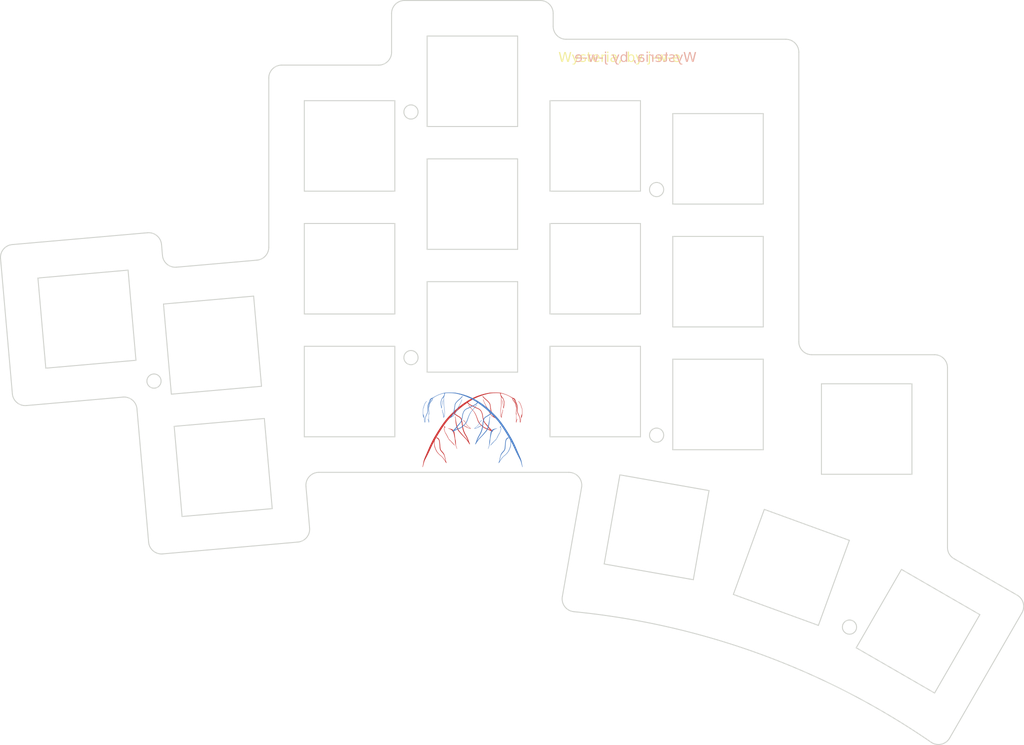
<source format=kicad_pcb>
(kicad_pcb (version 20221018) (generator pcbnew)
  (title_block (title "jwe_switch_plate") (rev "v1.0.0") (company "Unknown"))
  (layers (0 "F.Cu" signal) (31 "B.Cu" signal) (34 "B.Paste" user) (35 "F.Paste" user) (36 "B.SilkS" user "B.Silkscreen") (37 "F.SilkS" user "F.Silkscreen") (38 "B.Mask" user) (39 "F.Mask" user) (44 "Edge.Cuts" user))
  (net 0 "")
  (footprint "output v0.2 as printed:Wysteria" (layer "F.Cu") (at 155.6279 184.772852)
    (fp_text reference "D20" hide)
    (fp_text value "" hide)
  )
  (footprint "output v0.2 as printed:Wysteria" (layer "B.Cu") (at 155.6279 184.772852 180)
    (fp_text reference "D20" hide)
    (fp_text value "" hide)
  )
  (gr_line (start 227.107902 225.41569) (end 234.107902 213.291335) (stroke (width 0.15)) (layer "Edge.Cuts"))
  (gr_line (start 129.601052 171.774726) (end 129.601052 185.774726) (stroke (width 0.15)) (layer "Edge.Cuts"))
  (gr_line (start 200.601052 173.774726) (end 186.601052 173.774726) (stroke (width 0.15)) (layer "Edge.Cuts"))
  (gr_line (start 148.601052 156.774726) (end 162.601052 156.774726) (stroke (width 0.15)) (layer "Edge.Cuts"))
  (gr_line (start 167.601052 171.774726) (end 167.601052 185.774726) (stroke (width 0.15)) (layer "Edge.Cuts"))
  (gr_line (start 209.601052 177.574726) (end 209.601052 191.574726) (stroke (width 0.15)) (layer "Edge.Cuts"))
  (gr_arc (start 170.523492 191.274727) (mid 172.05558 191.989151) (end 172.493107 193.622022) (stroke (width 0.15)) (layer "Edge.Cuts"))
  (gr_line (start 223.601052 177.574726) (end 209.601052 177.574726) (stroke (width 0.15)) (layer "Edge.Cuts"))
  (gr_line (start 167.601052 152.774726) (end 167.601052 166.774726) (stroke (width 0.15)) (layer "Edge.Cuts"))
  (gr_line (start 186.601052 173.774726) (end 186.601052 187.774726) (stroke (width 0.15)) (layer "Edge.Cuts"))
  (gr_line (start 170.101052 124.274725) (end 204.101052 124.274725) (stroke (width 0.15)) (layer "Edge.Cuts"))
  (gr_arc (start 227.101052 173.074726) (mid 228.515266 173.660512) (end 229.101052 175.074726) (stroke (width 0.15)) (layer "Edge.Cuts"))
  (gr_line (start 167.601052 147.774726) (end 181.601052 147.774726) (stroke (width 0.15)) (layer "Edge.Cuts"))
  (gr_line (start 143.601052 185.774726) (end 143.601052 171.774726) (stroke (width 0.15)) (layer "Edge.Cuts"))
  (gr_line (start 208.101052 173.074726) (end 227.101052 173.074726) (stroke (width 0.15)) (layer "Edge.Cuts"))
  (gr_arc (start 143.101052 120.274725) (mid 143.686838 118.860511) (end 145.101052 118.274725) (stroke (width 0.15)) (layer "Edge.Cuts"))
  (gr_circle (center 146.101052 173.524726) (end 147.201052 173.524726) (stroke (width 0.15)) (fill none) (layer "Edge.Cuts"))
  (gr_arc (start 130.418188 199.893963) (mid 129.957887 201.35385) (end 128.600109 202.060664) (stroke (width 0.15)) (layer "Edge.Cuts"))
  (gr_line (start 209.601052 191.574726) (end 223.601052 191.574726) (stroke (width 0.15)) (layer "Edge.Cuts"))
  (gr_line (start 148.601052 175.774726) (end 162.601052 175.774726) (stroke (width 0.15)) (layer "Edge.Cuts"))
  (gr_arc (start 230.101052 204.627126) (mid 229.369001 203.895075) (end 229.101052 202.895075) (stroke (width 0.15)) (layer "Edge.Cuts"))
  (gr_circle (center 184.101052 147.524726) (end 185.201052 147.524726) (stroke (width 0.15)) (fill none) (layer "Edge.Cuts"))
  (gr_line (start 189.779169 207.883917) (end 192.210244 194.096609) (stroke (width 0.15)) (layer "Edge.Cuts"))
  (gr_line (start 109.031387 179.179119) (end 122.978112 177.958939) (stroke (width 0.15)) (layer "Edge.Cuts"))
  (gr_line (start 109.467165 184.160093) (end 110.687346 198.106818) (stroke (width 0.15)) (layer "Edge.Cuts"))
  (gr_arc (start 171.292737 212.829463) (mid 200.213799 219.421217) (end 226.571337 233.028541) (stroke (width 0.15)) (layer "Edge.Cuts"))
  (gr_line (start 234.107902 213.291335) (end 221.983547 206.291335) (stroke (width 0.15)) (layer "Edge.Cuts"))
  (gr_line (start 167.601052 166.774726) (end 181.601052 166.774726) (stroke (width 0.15)) (layer "Edge.Cuts"))
  (gr_line (start 178.422935 191.665534) (end 175.991861 205.452843) (stroke (width 0.15)) (layer "Edge.Cuts"))
  (gr_line (start 143.101052 126.274726) (end 143.101052 120.274725) (stroke (width 0.15)) (layer "Edge.Cuts"))
  (gr_arc (start 143.101052 126.274726) (mid 142.515266 127.68894) (end 141.101052 128.274726) (stroke (width 0.15)) (layer "Edge.Cuts"))
  (gr_line (start 229.101052 202.895075) (end 229.101052 175.074726) (stroke (width 0.15)) (layer "Edge.Cuts"))
  (gr_line (start 162.601052 161.774726) (end 148.601052 161.774726) (stroke (width 0.15)) (layer "Edge.Cuts"))
  (gr_line (start 200.601052 135.774726) (end 186.601052 135.774726) (stroke (width 0.15)) (layer "Edge.Cuts"))
  (gr_line (start 181.601052 166.774726) (end 181.601052 152.774726) (stroke (width 0.15)) (layer "Edge.Cuts"))
  (gr_line (start 230.101052 204.627126) (end 239.888991 210.278195) (stroke (width 0.15)) (layer "Edge.Cuts"))
  (gr_circle (center 213.943483 215.217133) (end 215.043483 215.217133) (stroke (width 0.15)) (fill none) (layer "Edge.Cuts"))
  (gr_line (start 129.601052 133.774726) (end 129.601052 147.774726) (stroke (width 0.15)) (layer "Edge.Cuts"))
  (gr_line (start 107.680021 203.890934) (end 128.600109 202.060664) (stroke (width 0.15)) (layer "Edge.Cuts"))
  (gr_line (start 143.601052 133.774726) (end 129.601052 133.774726) (stroke (width 0.15)) (layer "Edge.Cuts"))
  (gr_line (start 200.76373 197.007497) (end 195.975448 210.163194) (stroke (width 0.15)) (layer "Edge.Cuts"))
  (gr_line (start 110.687346 198.106818) (end 124.634072 196.886638) (stroke (width 0.15)) (layer "Edge.Cuts"))
  (gr_line (start 88.386719 161.210043) (end 89.6069 175.156769) (stroke (width 0.15)) (layer "Edge.Cuts"))
  (gr_line (start 148.601052 123.774725) (end 148.601052 137.774726) (stroke (width 0.15)) (layer "Edge.Cuts"))
  (gr_arc (start 204.101052 124.274725) (mid 205.515266 124.860511) (end 206.101052 126.274725) (stroke (width 0.15)) (layer "Edge.Cuts"))
  (gr_circle (center 184.101052 185.524726) (end 185.201052 185.524726) (stroke (width 0.15)) (fill none) (layer "Edge.Cuts"))
  (gr_line (start 229.437304 232.381048) (end 240.621042 213.010246) (stroke (width 0.15)) (layer "Edge.Cuts"))
  (gr_line (start 123.413891 182.939912) (end 109.467165 184.160093) (stroke (width 0.15)) (layer "Edge.Cuts"))
  (gr_arc (start 86.599574 180.940884) (mid 85.139688 180.480583) (end 84.432874 179.122806) (stroke (width 0.15)) (layer "Edge.Cuts"))
  (gr_line (start 107.811206 165.232393) (end 109.031387 179.179119) (stroke (width 0.15)) (layer "Edge.Cuts"))
  (gr_line (start 126.101052 128.274726) (end 141.101052 128.274726) (stroke (width 0.15)) (layer "Edge.Cuts"))
  (gr_line (start 221.983547 206.291335) (end 214.983547 218.41569) (stroke (width 0.15)) (layer "Edge.Cuts"))
  (gr_line (start 84.420681 156.036017) (end 105.34077 154.205746) (stroke (width 0.15)) (layer "Edge.Cuts"))
  (gr_line (start 162.601052 142.774726) (end 148.601052 142.774726) (stroke (width 0.15)) (layer "Edge.Cuts"))
  (gr_line (start 103.553625 173.936588) (end 102.333445 159.989862) (stroke (width 0.15)) (layer "Edge.Cuts"))
  (gr_line (start 181.601052 152.774726) (end 167.601052 152.774726) (stroke (width 0.15)) (layer "Edge.Cuts"))
  (gr_line (start 181.601052 133.774725) (end 167.601052 133.774725) (stroke (width 0.15)) (layer "Edge.Cuts"))
  (gr_arc (start 105.340769 154.205746) (mid 106.800656 154.666046) (end 107.507471 156.023824) (stroke (width 0.15)) (layer "Edge.Cuts"))
  (gr_line (start 124.101052 156.453545) (end 124.101052 130.274726) (stroke (width 0.15)) (layer "Edge.Cuts"))
  (gr_line (start 214.983547 218.41569) (end 227.107902 225.41569) (stroke (width 0.15)) (layer "Edge.Cuts"))
  (gr_line (start 109.822336 159.535433) (end 122.275364 158.445935) (stroke (width 0.15)) (layer "Edge.Cuts"))
  (gr_line (start 129.854329 193.449037) (end 130.418187 199.893963) (stroke (width 0.15)) (layer "Edge.Cuts"))
  (gr_arc (start 129.85433 193.449037) (mid 130.372165 191.923546) (end 131.846719 191.274726) (stroke (width 0.15)) (layer "Edge.Cuts"))
  (gr_arc (start 208.101052 173.074726) (mid 206.686838 172.48894) (end 206.101052 171.074726) (stroke (width 0.15)) (layer "Edge.Cuts"))
  (gr_line (start 186.601052 187.774726) (end 200.601052 187.774726) (stroke (width 0.15)) (layer "Edge.Cuts"))
  (gr_line (start 192.210244 194.096609) (end 178.422935 191.665534) (stroke (width 0.15)) (layer "Edge.Cuts"))
  (gr_arc (start 82.602604 158.202718) (mid 83.062904 156.742831) (end 84.420681 156.036017) (stroke (width 0.15)) (layer "Edge.Cuts"))
  (gr_arc (start 239.888991 210.278195) (mid 240.820843 211.492608) (end 240.621042 213.010246) (stroke (width 0.15)) (layer "Edge.Cuts"))
  (gr_line (start 186.601052 168.774726) (end 200.601052 168.774726) (stroke (width 0.15)) (layer "Edge.Cuts"))
  (gr_arc (start 229.437303 232.381048) (mid 228.145994 233.33188) (end 226.571337 233.028541) (stroke (width 0.15)) (layer "Edge.Cuts"))
  (gr_line (start 200.601052 187.774726) (end 200.601052 173.774726) (stroke (width 0.15)) (layer "Edge.Cuts"))
  (gr_line (start 129.601052 147.774726) (end 143.601052 147.774726) (stroke (width 0.15)) (layer "Edge.Cuts"))
  (gr_line (start 162.601052 123.774725) (end 148.601052 123.774725) (stroke (width 0.15)) (layer "Edge.Cuts"))
  (gr_circle (center 106.344799 177.15557) (end 107.444799 177.15557) (stroke (width 0.15)) (fill none) (layer "Edge.Cuts"))
  (gr_arc (start 171.292737 212.829462) (mid 169.895007 212.048135) (end 169.518522 210.491735) (stroke (width 0.15)) (layer "Edge.Cuts"))
  (gr_line (start 223.601052 191.574726) (end 223.601052 177.574726) (stroke (width 0.15)) (layer "Edge.Cuts"))
  (gr_line (start 89.6069 175.156769) (end 103.553625 173.936588) (stroke (width 0.15)) (layer "Edge.Cuts"))
  (gr_line (start 102.333445 159.989862) (end 88.386719 161.210043) (stroke (width 0.15)) (layer "Edge.Cuts"))
  (gr_arc (start 124.101052 130.274726) (mid 124.686838 128.860512) (end 126.101052 128.274726) (stroke (width 0.15)) (layer "Edge.Cuts"))
  (gr_line (start 162.601052 137.774726) (end 162.601052 123.774725) (stroke (width 0.15)) (layer "Edge.Cuts"))
  (gr_line (start 200.601052 168.774726) (end 200.601052 154.774726) (stroke (width 0.15)) (layer "Edge.Cuts"))
  (gr_line (start 129.601052 152.774726) (end 129.601052 166.774726) (stroke (width 0.15)) (layer "Edge.Cuts"))
  (gr_arc (start 109.822336 159.535434) (mid 108.362449 159.075133) (end 107.655635 157.717355) (stroke (width 0.15)) (layer "Edge.Cuts"))
  (gr_line (start 129.601052 185.774726) (end 143.601052 185.774726) (stroke (width 0.15)) (layer "Edge.Cuts"))
  (gr_line (start 181.601052 171.774726) (end 167.601052 171.774726) (stroke (width 0.15)) (layer "Edge.Cuts"))
  (gr_line (start 181.601052 185.774726) (end 181.601052 171.774726) (stroke (width 0.15)) (layer "Edge.Cuts"))
  (gr_line (start 148.601052 142.774726) (end 148.601052 156.774726) (stroke (width 0.15)) (layer "Edge.Cuts"))
  (gr_line (start 103.709196 181.451626) (end 105.51332 202.072856) (stroke (width 0.15)) (layer "Edge.Cuts"))
  (gr_line (start 200.601052 154.774726) (end 186.601052 154.774726) (stroke (width 0.15)) (layer "Edge.Cuts"))
  (gr_circle (center 146.101052 135.524726) (end 147.201052 135.524726) (stroke (width 0.15)) (fill none) (layer "Edge.Cuts"))
  (gr_arc (start 170.101052 124.274725) (mid 168.686838 123.688939) (end 168.101052 122.274725) (stroke (width 0.15)) (layer "Edge.Cuts"))
  (gr_line (start 186.601052 149.774726) (end 200.601052 149.774726) (stroke (width 0.15)) (layer "Edge.Cuts"))
  (gr_arc (start 101.542495 179.633549) (mid 103.002382 180.093849) (end 103.709196 181.451626) (stroke (width 0.15)) (layer "Edge.Cuts"))
  (gr_line (start 167.601052 185.774726) (end 181.601052 185.774726) (stroke (width 0.15)) (layer "Edge.Cuts"))
  (gr_line (start 122.978112 177.958939) (end 121.757932 164.012213) (stroke (width 0.15)) (layer "Edge.Cuts"))
  (gr_line (start 200.601052 149.774726) (end 200.601052 135.774726) (stroke (width 0.15)) (layer "Edge.Cuts"))
  (gr_line (start 145.101052 118.274725) (end 166.101052 118.274725) (stroke (width 0.15)) (layer "Edge.Cuts"))
  (gr_arc (start 107.68002 203.890934) (mid 106.220134 203.430633) (end 105.51332 202.072856) (stroke (width 0.15)) (layer "Edge.Cuts"))
  (gr_arc (start 124.101053 156.453544) (mid 123.575608 157.804726) (end 122.275364 158.445935) (stroke (width 0.15)) (layer "Edge.Cuts"))
  (gr_line (start 148.601052 161.774726) (end 148.601052 175.774726) (stroke (width 0.15)) (layer "Edge.Cuts"))
  (gr_arc (start 166.101052 118.274725) (mid 167.515266 118.860511) (end 168.101052 120.274725) (stroke (width 0.15)) (layer "Edge.Cuts"))
  (gr_line (start 107.507471 156.023824) (end 107.655635 157.717355) (stroke (width 0.15)) (layer "Edge.Cuts"))
  (gr_line (start 186.601052 154.774726) (end 186.601052 168.774726) (stroke (width 0.15)) (layer "Edge.Cuts"))
  (gr_line (start 209.131144 214.951476) (end 213.919426 201.795779) (stroke (width 0.15)) (layer "Edge.Cuts"))
  (gr_line (start 213.919426 201.795779) (end 200.76373 197.007497) (stroke (width 0.15)) (layer "Edge.Cuts"))
  (gr_line (start 169.518522 210.491735) (end 172.493107 193.622022) (stroke (width 0.15)) (layer "Edge.Cuts"))
  (gr_line (start 148.601052 137.774726) (end 162.601052 137.774726) (stroke (width 0.15)) (layer "Edge.Cuts"))
  (gr_line (start 143.601052 152.774726) (end 129.601052 152.774726) (stroke (width 0.15)) (layer "Edge.Cuts"))
  (gr_line (start 143.601052 171.774726) (end 129.601052 171.774726) (stroke (width 0.15)) (layer "Edge.Cuts"))
  (gr_line (start 168.101052 120.274725) (end 168.101052 122.274725) (stroke (width 0.15)) (layer "Edge.Cuts"))
  (gr_line (start 162.601052 175.774726) (end 162.601052 161.774726) (stroke (width 0.15)) (layer "Edge.Cuts"))
  (gr_line (start 82.602603 158.202718) (end 84.432874 179.122806) (stroke (width 0.15)) (layer "Edge.Cuts"))
  (gr_line (start 167.601052 133.774725) (end 167.601052 147.774726) (stroke (width 0.15)) (layer "Edge.Cuts"))
  (gr_line (start 86.599575 180.940884) (end 101.542495 179.633548) (stroke (width 0.15)) (layer "Edge.Cuts"))
  (gr_line (start 143.601052 166.774726) (end 143.601052 152.774726) (stroke (width 0.15)) (layer "Edge.Cuts"))
  (gr_line (start 181.601052 147.774726) (end 181.601052 133.774725) (stroke (width 0.15)) (layer "Edge.Cuts"))
  (gr_line (start 143.601052 147.774726) (end 143.601052 133.774726) (stroke (width 0.15)) (layer "Edge.Cuts"))
  (gr_line (start 195.975448 210.163194) (end 209.131144 214.951476) (stroke (width 0.15)) (layer "Edge.Cuts"))
  (gr_line (start 162.601052 156.774726) (end 162.601052 142.774726) (stroke (width 0.15)) (layer "Edge.Cuts"))
  (gr_line (start 175.991861 205.452843) (end 189.779169 207.883917) (stroke (width 0.15)) (layer "Edge.Cuts"))
  (gr_line (start 124.634072 196.886638) (end 123.413891 182.939912) (stroke (width 0.15)) (layer "Edge.Cuts"))
  (gr_line (start 186.601052 135.774726) (end 186.601052 149.774726) (stroke (width 0.15)) (layer "Edge.Cuts"))
  (gr_line (start 129.601052 166.774726) (end 143.601052 166.774726) (stroke (width 0.15)) (layer "Edge.Cuts"))
  (gr_line (start 131.846719 191.274726) (end 170.523492 191.274726) (stroke (width 0.15)) (layer "Edge.Cuts"))
  (gr_line (start 206.101052 171.074726) (end 206.101052 126.274725) (stroke (width 0.15)) (layer "Edge.Cuts"))
  (gr_line (start 121.757932 164.012213) (end 107.811206 165.232393) (stroke (width 0.15)) (layer "Edge.Cuts"))
  (gr_text "Wysteria, by j-w-e" (at 171.383162 127.15) (layer "B.SilkS") (effects (font (size 1.5 1.5)) (justify right mirror)))
  (gr_text "Wysteria, by j-w-e" (at 168.9 127.15) (layer "F.SilkS") (effects (font (size 1.5 1.5)) (justify left)))
)
</source>
